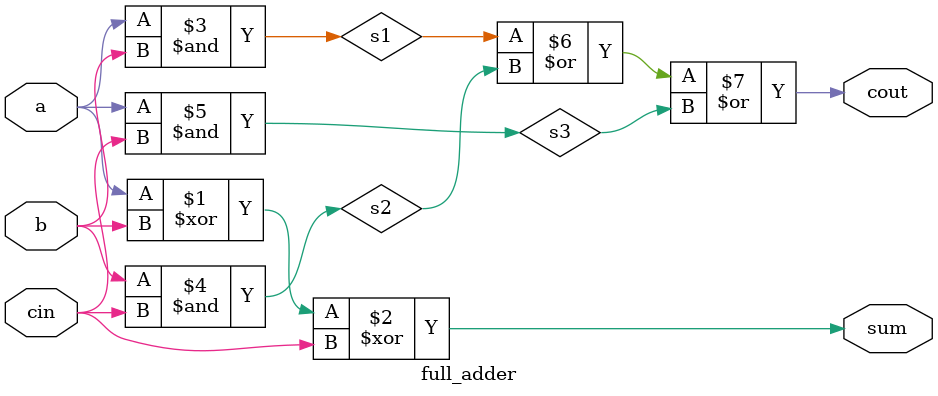
<source format=v>
module full_adder(
    input wire a,
    input wire b,
    input wire cin,
    output wire sum,
    output wire cout
);
   
    xor x1(sum, a, b, cin);


    wire s1, s2, s3;
    and a1(s1, a, b);
    and a2(s2, b, cin);
    and a3(s3, a, cin);
    or o1(cout, s1, s2, s3);
endmodule

</source>
